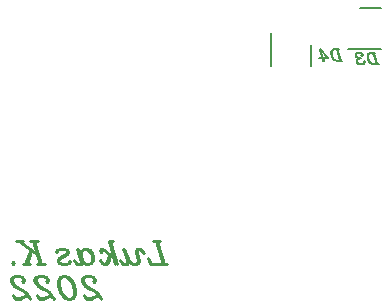
<source format=gbo>
%FSLAX46Y46*%
%MOMM*%
%ADD11C,0.150000*%
%ADD10C,0.250000*%
G01*
G01*
%LPD*%
D10*
X-4761905Y67797616D02*
X-5333334Y69797616D01*
D10*
X-4857143Y67797616D02*
X-5428572Y69797616D01*
D10*
X-5714286Y69797616D02*
X-5047619Y69797616D01*
D10*
X-5904762Y67797616D02*
X-4476191Y67797616D01*
D10*
X-6095238Y68369048D02*
X-5904762Y67797616D01*
D10*
X-5809524Y67797616D02*
X-6095238Y68369048D01*
D10*
X-6571429Y68940480D02*
X-6476191Y68750000D01*
D10*
X-6761905Y69130952D02*
X-6571429Y68940480D01*
D10*
X-7047619Y69130952D02*
X-6761905Y69130952D01*
D10*
X-7142857Y69035712D02*
X-7047619Y69130952D01*
D10*
X-7142857Y68750000D02*
X-7142857Y69035712D01*
D10*
X-6952381Y68178568D02*
X-7142857Y68750000D01*
D10*
X-6952381Y67988096D02*
X-6952381Y68178568D01*
D10*
X-7142857Y67797616D02*
X-6952381Y67988096D01*
D10*
X-7047619Y69035712D02*
X-6952381Y69130952D01*
D10*
X-7047619Y68750000D02*
X-7047619Y69035712D01*
D10*
X-6857143Y68178568D02*
X-7047619Y68750000D01*
D10*
X-6857143Y67988096D02*
X-6857143Y68178568D01*
D10*
X-6952381Y67892856D02*
X-6857143Y67988096D01*
D10*
X-7142857Y67797616D02*
X-6952381Y67892856D01*
D10*
X-7333334Y67797616D02*
X-7142857Y67797616D01*
D10*
X-7523810Y67892856D02*
X-7333334Y67797616D01*
D10*
X-7714286Y68083336D02*
X-7523810Y67892856D01*
D10*
X-7904762Y68464288D02*
X-7714286Y68083336D01*
D10*
X-7904762Y68464288D02*
X-8095238Y69130952D01*
D10*
X-7809524Y68083336D02*
X-7904762Y68464288D01*
D10*
X-7809524Y67892856D02*
X-7809524Y68083336D01*
D10*
X-7904762Y67797616D02*
X-7809524Y67892856D01*
D10*
X-8190476Y67797616D02*
X-7904762Y67797616D01*
D10*
X-8380953Y67988096D02*
X-8190476Y67797616D01*
D10*
X-8476191Y68178568D02*
X-8380953Y67988096D01*
D10*
X-8000000Y68464288D02*
X-8190476Y69130952D01*
D10*
X-7904762Y68083336D02*
X-8000000Y68464288D01*
D10*
X-7904762Y67892856D02*
X-7904762Y68083336D01*
D10*
X-8000000Y67797616D02*
X-7904762Y67892856D01*
D10*
X-8761905Y67797616D02*
X-9333333Y69797616D01*
D10*
X-8857143Y67797616D02*
X-9428572Y69797616D01*
D10*
X-10000000Y68940480D02*
X-10095238Y69035712D01*
D10*
X-10095238Y68845240D02*
X-10000000Y68940480D01*
D10*
X-10190476Y68940480D02*
X-10095238Y68845240D01*
D10*
X-10190476Y69035712D02*
X-10190476Y68940480D01*
D10*
X-10095238Y69130952D02*
X-10190476Y69035712D01*
D10*
X-10000000Y69130952D02*
X-10095238Y69130952D01*
D10*
X-9809524Y69035712D02*
X-10000000Y69130952D01*
D10*
X-9428572Y68654760D02*
X-9809524Y69035712D01*
D10*
X-9238095Y68559520D02*
X-9428572Y68654760D01*
D10*
X-9047619Y68559520D02*
X-9238095Y68559520D01*
D10*
X-9428572Y68464288D02*
X-9238095Y68559520D01*
D10*
X-9619048Y67892856D02*
X-9428572Y68464288D01*
D10*
X-9714286Y67797616D02*
X-9619048Y67892856D01*
D10*
X-9333333Y68464288D02*
X-9238095Y68559520D01*
D10*
X-9523810Y67892856D02*
X-9333333Y68464288D01*
D10*
X-9619048Y67797616D02*
X-9523810Y67892856D01*
D10*
X-9809524Y67797616D02*
X-9619048Y67797616D01*
D10*
X-10000000Y67892856D02*
X-9809524Y67797616D01*
D10*
X-10190476Y68178568D02*
X-10000000Y67892856D01*
D10*
X-9428572Y69797616D02*
X-9047619Y69797616D01*
D10*
X-11809524Y68464288D02*
X-12000000Y69130952D01*
D10*
X-11714286Y68083336D02*
X-11809524Y68464288D01*
D10*
X-11714286Y67892856D02*
X-11714286Y68083336D01*
D10*
X-11809524Y67797616D02*
X-11714286Y67892856D01*
D10*
X-12095238Y67797616D02*
X-11809524Y67797616D01*
D10*
X-12285714Y67988096D02*
X-12095238Y67797616D01*
D10*
X-12380952Y68178568D02*
X-12285714Y67988096D01*
D10*
X-11904762Y68464288D02*
X-12095238Y69130952D01*
D10*
X-11809524Y68083336D02*
X-11904762Y68464288D01*
D10*
X-11809524Y67892856D02*
X-11809524Y68083336D01*
D10*
X-11904762Y67797616D02*
X-11809524Y67892856D01*
D10*
X-11809524Y68750000D02*
X-11809524Y68464288D01*
D10*
X-11714286Y69035712D02*
X-11809524Y68750000D01*
D10*
X-11523810Y69130952D02*
X-11714286Y69035712D01*
D10*
X-11333334Y69130952D02*
X-11523810Y69130952D01*
D10*
X-11047619Y69035712D02*
X-11333334Y69130952D01*
D10*
X-10857143Y68750000D02*
X-11047619Y69035712D01*
D10*
X-10761905Y68464288D02*
X-10857143Y68750000D01*
D10*
X-10761905Y68178568D02*
X-10761905Y68464288D01*
D10*
X-10857143Y67988096D02*
X-10761905Y68178568D01*
D10*
X-10952381Y67892856D02*
X-10857143Y67988096D01*
D10*
X-11142857Y67797616D02*
X-10952381Y67892856D01*
D10*
X-11333334Y67797616D02*
X-11142857Y67797616D01*
D10*
X-11523810Y67892856D02*
X-11333334Y67797616D01*
D10*
X-11714286Y68178568D02*
X-11523810Y67892856D01*
D10*
X-11809524Y68464288D02*
X-11714286Y68178568D01*
D10*
X-11142857Y69035712D02*
X-11333334Y69130952D01*
D10*
X-10952381Y68750000D02*
X-11142857Y69035712D01*
D10*
X-10857143Y68464288D02*
X-10952381Y68750000D01*
D10*
X-10857143Y68083336D02*
X-10857143Y68464288D01*
D10*
X-10952381Y67892856D02*
X-10857143Y68083336D01*
D10*
X-13809524Y68845240D02*
X-13809524Y68940480D01*
D10*
X-13904762Y68845240D02*
X-13809524Y68845240D01*
D10*
X-13904762Y68940480D02*
X-13904762Y68845240D01*
D10*
X-13809524Y69035712D02*
X-13904762Y68940480D01*
D10*
X-13523810Y69130952D02*
X-13809524Y69035712D01*
D10*
X-13238096Y69130952D02*
X-13523810Y69130952D01*
D10*
X-12952381Y69035712D02*
X-13238096Y69130952D01*
D10*
X-12857143Y68940480D02*
X-12952381Y69035712D01*
D10*
X-12857143Y68750000D02*
X-12857143Y68940480D01*
D10*
X-12952381Y68654760D02*
X-12857143Y68750000D01*
D10*
X-13619048Y68273808D02*
X-12952381Y68654760D01*
D10*
X-13714286Y68178568D02*
X-13619048Y68273808D01*
D10*
X-12952381Y68750000D02*
X-12857143Y68845240D01*
D10*
X-13619048Y68369048D02*
X-12952381Y68750000D01*
D10*
X-13714286Y68273808D02*
X-13619048Y68369048D01*
D10*
X-13714286Y67988096D02*
X-13714286Y68273808D01*
D10*
X-13619048Y67892856D02*
X-13714286Y67988096D01*
D10*
X-13333334Y67797616D02*
X-13619048Y67892856D01*
D10*
X-13047619Y67797616D02*
X-13333334Y67797616D01*
D10*
X-12761905Y67892856D02*
X-13047619Y67797616D01*
D10*
X-12666667Y67988096D02*
X-12761905Y67892856D01*
D10*
X-12666667Y68083336D02*
X-12666667Y67988096D01*
D10*
X-12761905Y68083336D02*
X-12666667Y68083336D01*
D10*
X-12761905Y67988096D02*
X-12761905Y68083336D01*
D10*
X-15142857Y67797616D02*
X-15714286Y69797616D01*
D10*
X-15238095Y67797616D02*
X-15809524Y69797616D01*
D10*
X-15428572Y68559520D02*
X-17047620Y69797616D01*
D10*
X-16476190Y67797616D02*
X-16095238Y68940480D01*
D10*
X-16380952Y67797616D02*
X-16000000Y68940480D01*
D10*
X-16095238Y69797616D02*
X-15428572Y69797616D01*
D10*
X-17238096Y69797616D02*
X-16666667Y69797616D01*
D10*
X-15523810Y67797616D02*
X-14857143Y67797616D01*
D10*
X-16666667Y67797616D02*
X-16095238Y67797616D01*
D10*
X-17428572Y67892856D02*
X-17523810Y67988096D01*
D10*
X-17523810Y67797616D02*
X-17428572Y67892856D01*
D10*
X-17619048Y67892856D02*
X-17523810Y67797616D01*
D10*
X-17523810Y67988096D02*
X-17619048Y67892856D01*
D10*
X-10761905Y66371428D02*
X-10666667Y66466668D01*
D10*
X-10666667Y66276192D02*
X-10761905Y66371428D01*
D10*
X-10571428Y66371428D02*
X-10666667Y66276192D01*
D10*
X-10571428Y66466668D02*
X-10571428Y66371428D01*
D10*
X-10666667Y66657144D02*
X-10571428Y66466668D01*
D10*
X-10761905Y66752380D02*
X-10666667Y66657144D01*
D10*
X-11047619Y66847620D02*
X-10761905Y66752380D01*
D10*
X-11333334Y66847620D02*
X-11047619Y66847620D01*
D10*
X-11619048Y66752380D02*
X-11333334Y66847620D01*
D10*
X-11714286Y66561904D02*
X-11619048Y66752380D01*
D10*
X-11714286Y66371428D02*
X-11714286Y66561904D01*
D10*
X-11619048Y66180952D02*
X-11714286Y66371428D01*
D10*
X-11428572Y65990476D02*
X-11619048Y66180952D01*
D10*
X-11142857Y65800000D02*
X-11428572Y65990476D01*
D10*
X-10761905Y65609524D02*
X-11142857Y65800000D01*
D10*
X-10476190Y65419048D02*
X-10761905Y65609524D01*
D10*
X-10285714Y65228572D02*
X-10476190Y65419048D01*
D10*
X-10095238Y64847620D02*
X-10285714Y65228572D01*
D10*
X-11523810Y66752380D02*
X-11333334Y66847620D01*
D10*
X-11619048Y66561904D02*
X-11523810Y66752380D01*
D10*
X-11619048Y66371428D02*
X-11619048Y66561904D01*
D10*
X-11523810Y66180952D02*
X-11619048Y66371428D01*
D10*
X-11333334Y65990476D02*
X-11523810Y66180952D01*
D10*
X-10761905Y65609524D02*
X-11333334Y65990476D01*
D10*
X-10285714Y65133332D02*
X-10190476Y65038096D01*
D10*
X-10476190Y65133332D02*
X-10285714Y65133332D01*
D10*
X-10952381Y64942856D02*
X-10476190Y65133332D01*
D10*
X-11238096Y64942856D02*
X-10952381Y64942856D01*
D10*
X-11428572Y65038096D02*
X-11238096Y64942856D01*
D10*
X-11523810Y65228572D02*
X-11428572Y65038096D01*
D10*
X-10952381Y64847620D02*
X-10476190Y65133332D01*
D10*
X-11238096Y64847620D02*
X-10952381Y64847620D01*
D10*
X-11428572Y64942856D02*
X-11238096Y64847620D01*
D10*
X-11523810Y65228572D02*
X-11428572Y64942856D01*
D10*
X-12857143Y66752380D02*
X-13142857Y66847620D01*
D10*
X-12666667Y66561904D02*
X-12857143Y66752380D01*
D10*
X-12476190Y66276192D02*
X-12666667Y66561904D01*
D10*
X-12380952Y65990476D02*
X-12476190Y66276192D01*
D10*
X-12285714Y65609524D02*
X-12380952Y65990476D01*
D10*
X-12285714Y65323808D02*
X-12285714Y65609524D01*
D10*
X-12380952Y65038096D02*
X-12285714Y65323808D01*
D10*
X-12476190Y64942856D02*
X-12380952Y65038096D01*
D10*
X-12666667Y64847620D02*
X-12476190Y64942856D01*
D10*
X-12857143Y64847620D02*
X-12666667Y64847620D01*
D10*
X-13142857Y64942856D02*
X-12857143Y64847620D01*
D10*
X-13333334Y65133332D02*
X-13142857Y64942856D01*
D10*
X-13523810Y65419048D02*
X-13333334Y65133332D01*
D10*
X-13619048Y65704760D02*
X-13523810Y65419048D01*
D10*
X-13714286Y66085716D02*
X-13619048Y65704760D01*
D10*
X-13714286Y66371428D02*
X-13714286Y66085716D01*
D10*
X-13619048Y66657144D02*
X-13714286Y66371428D01*
D10*
X-13523810Y66752380D02*
X-13619048Y66657144D01*
D10*
X-13333334Y66847620D02*
X-13523810Y66752380D01*
D10*
X-13142857Y66847620D02*
X-13333334Y66847620D01*
D10*
X-12952381Y66752380D02*
X-13142857Y66847620D01*
D10*
X-12761905Y66561904D02*
X-12952381Y66752380D01*
D10*
X-12571428Y66276192D02*
X-12761905Y66561904D01*
D10*
X-12476190Y65990476D02*
X-12571428Y66276192D01*
D10*
X-12380952Y65609524D02*
X-12476190Y65990476D01*
D10*
X-12380952Y65323808D02*
X-12380952Y65609524D01*
D10*
X-12476190Y65038096D02*
X-12380952Y65323808D01*
D10*
X-12666667Y64847620D02*
X-12476190Y65038096D01*
D10*
X-13047619Y64942856D02*
X-12857143Y64847620D01*
D10*
X-13238096Y65133332D02*
X-13047619Y64942856D01*
D10*
X-13428572Y65419048D02*
X-13238096Y65133332D01*
D10*
X-13523810Y65704760D02*
X-13428572Y65419048D01*
D10*
X-13619048Y66085716D02*
X-13523810Y65704760D01*
D10*
X-13619048Y66371428D02*
X-13619048Y66085716D01*
D10*
X-13523810Y66657144D02*
X-13619048Y66371428D01*
D10*
X-13333334Y66847620D02*
X-13523810Y66657144D01*
D10*
X-14761905Y66371428D02*
X-14666667Y66466668D01*
D10*
X-14666667Y66276192D02*
X-14761905Y66371428D01*
D10*
X-14571428Y66371428D02*
X-14666667Y66276192D01*
D10*
X-14571428Y66466668D02*
X-14571428Y66371428D01*
D10*
X-14666667Y66657144D02*
X-14571428Y66466668D01*
D10*
X-14761905Y66752380D02*
X-14666667Y66657144D01*
D10*
X-15047619Y66847620D02*
X-14761905Y66752380D01*
D10*
X-15333334Y66847620D02*
X-15047619Y66847620D01*
D10*
X-15619048Y66752380D02*
X-15333334Y66847620D01*
D10*
X-15714286Y66561904D02*
X-15619048Y66752380D01*
D10*
X-15714286Y66371428D02*
X-15714286Y66561904D01*
D10*
X-15619048Y66180952D02*
X-15714286Y66371428D01*
D10*
X-15428572Y65990476D02*
X-15619048Y66180952D01*
D10*
X-15142857Y65800000D02*
X-15428572Y65990476D01*
D10*
X-14761905Y65609524D02*
X-15142857Y65800000D01*
D10*
X-14476190Y65419048D02*
X-14761905Y65609524D01*
D10*
X-14285714Y65228572D02*
X-14476190Y65419048D01*
D10*
X-14095238Y64847620D02*
X-14285714Y65228572D01*
D10*
X-15523810Y66752380D02*
X-15333334Y66847620D01*
D10*
X-15619048Y66561904D02*
X-15523810Y66752380D01*
D10*
X-15619048Y66371428D02*
X-15619048Y66561904D01*
D10*
X-15523810Y66180952D02*
X-15619048Y66371428D01*
D10*
X-15333334Y65990476D02*
X-15523810Y66180952D01*
D10*
X-14761905Y65609524D02*
X-15333334Y65990476D01*
D10*
X-14285714Y65133332D02*
X-14190476Y65038096D01*
D10*
X-14476190Y65133332D02*
X-14285714Y65133332D01*
D10*
X-14952381Y64942856D02*
X-14476190Y65133332D01*
D10*
X-15238095Y64942856D02*
X-14952381Y64942856D01*
D10*
X-15428572Y65038096D02*
X-15238095Y64942856D01*
D10*
X-15523810Y65228572D02*
X-15428572Y65038096D01*
D10*
X-14952381Y64847620D02*
X-14476190Y65133332D01*
D10*
X-15238095Y64847620D02*
X-14952381Y64847620D01*
D10*
X-15428572Y64942856D02*
X-15238095Y64847620D01*
D10*
X-15523810Y65228572D02*
X-15428572Y64942856D01*
D10*
X-16761905Y66371428D02*
X-16666667Y66466668D01*
D10*
X-16666667Y66276192D02*
X-16761905Y66371428D01*
D10*
X-16571429Y66371428D02*
X-16666667Y66276192D01*
D10*
X-16571429Y66466668D02*
X-16571429Y66371428D01*
D10*
X-16666667Y66657144D02*
X-16571429Y66466668D01*
D10*
X-16761905Y66752380D02*
X-16666667Y66657144D01*
D10*
X-17047620Y66847620D02*
X-16761905Y66752380D01*
D10*
X-17333334Y66847620D02*
X-17047620Y66847620D01*
D10*
X-17619048Y66752380D02*
X-17333334Y66847620D01*
D10*
X-17714286Y66561904D02*
X-17619048Y66752380D01*
D10*
X-17714286Y66371428D02*
X-17714286Y66561904D01*
D10*
X-17619048Y66180952D02*
X-17714286Y66371428D01*
D10*
X-17428572Y65990476D02*
X-17619048Y66180952D01*
D10*
X-17142858Y65800000D02*
X-17428572Y65990476D01*
D10*
X-16761905Y65609524D02*
X-17142858Y65800000D01*
D10*
X-16476190Y65419048D02*
X-16761905Y65609524D01*
D10*
X-16285714Y65228572D02*
X-16476190Y65419048D01*
D10*
X-16095238Y64847620D02*
X-16285714Y65228572D01*
D10*
X-17523810Y66752380D02*
X-17333334Y66847620D01*
D10*
X-17619048Y66561904D02*
X-17523810Y66752380D01*
D10*
X-17619048Y66371428D02*
X-17619048Y66561904D01*
D10*
X-17523810Y66180952D02*
X-17619048Y66371428D01*
D10*
X-17333334Y65990476D02*
X-17523810Y66180952D01*
D10*
X-16761905Y65609524D02*
X-17333334Y65990476D01*
D10*
X-16285714Y65133332D02*
X-16190476Y65038096D01*
D10*
X-16476190Y65133332D02*
X-16285714Y65133332D01*
D10*
X-16952380Y64942856D02*
X-16476190Y65133332D01*
D10*
X-17238096Y64942856D02*
X-16952380Y64942856D01*
D10*
X-17428572Y65038096D02*
X-17238096Y64942856D01*
D10*
X-17523810Y65228572D02*
X-17428572Y65038096D01*
D10*
X-16952380Y64847620D02*
X-16476190Y65133332D01*
D10*
X-17238096Y64847620D02*
X-16952380Y64847620D01*
D10*
X-17428572Y64942856D02*
X-17238096Y64847620D01*
D10*
X-17523810Y65228572D02*
X-17428572Y64942856D01*
D11*
X13302381Y84723808D02*
X13016667Y85723808D01*
D11*
X13254762Y84723808D02*
X12969048Y85723808D01*
D11*
X12730952Y85723808D02*
X13159524Y85723808D01*
D11*
X12588095Y85676192D02*
X12730952Y85723808D01*
D11*
X12540476Y85628568D02*
X12588095Y85676192D01*
D11*
X12492857Y85485712D02*
X12540476Y85628568D01*
D11*
X12492857Y85295240D02*
X12492857Y85485712D01*
D11*
X12540476Y85104760D02*
X12492857Y85295240D01*
D11*
X12635714Y84914288D02*
X12540476Y85104760D01*
D11*
X12730952Y84819048D02*
X12635714Y84914288D01*
D11*
X12826190Y84771432D02*
X12730952Y84819048D01*
D11*
X13016667Y84723808D02*
X12826190Y84771432D01*
D11*
X13445238Y84723808D02*
X13016667Y84723808D01*
D11*
X12635714Y85676192D02*
X12730952Y85723808D01*
D11*
X12588095Y85628568D02*
X12635714Y85676192D01*
D11*
X12540476Y85485712D02*
X12588095Y85628568D01*
D11*
X12540476Y85295240D02*
X12540476Y85485712D01*
D11*
X12588095Y85104760D02*
X12540476Y85295240D01*
D11*
X12683333Y84914288D02*
X12588095Y85104760D01*
D11*
X12778571Y84819048D02*
X12683333Y84914288D01*
D11*
X12873810Y84771432D02*
X12778571Y84819048D01*
D11*
X13016667Y84723808D02*
X12873810Y84771432D01*
D11*
X11969048Y85485712D02*
X12016667Y85533336D01*
D11*
X12016667Y85438096D02*
X11969048Y85485712D01*
D11*
X12064286Y85485712D02*
X12016667Y85438096D01*
D11*
X12064286Y85533336D02*
X12064286Y85485712D01*
D11*
X12016667Y85628568D02*
X12064286Y85533336D01*
D11*
X11969048Y85676192D02*
X12016667Y85628568D01*
D11*
X11826190Y85723808D02*
X11969048Y85676192D01*
D11*
X11683333Y85723808D02*
X11826190Y85723808D01*
D11*
X11540476Y85676192D02*
X11683333Y85723808D01*
D11*
X11492857Y85580952D02*
X11540476Y85676192D01*
D11*
X11492857Y85485712D02*
X11492857Y85580952D01*
D11*
X11540476Y85390480D02*
X11492857Y85485712D01*
D11*
X11683333Y85295240D02*
X11540476Y85390480D01*
D11*
X11826190Y85247616D02*
X11683333Y85295240D01*
D11*
X11588095Y85676192D02*
X11683333Y85723808D01*
D11*
X11540476Y85580952D02*
X11588095Y85676192D01*
D11*
X11540476Y85485712D02*
X11540476Y85580952D01*
D11*
X11588095Y85390480D02*
X11540476Y85485712D01*
D11*
X11683333Y85295240D02*
X11588095Y85390480D01*
D11*
X11826190Y85247616D02*
X11921429Y85247616D01*
D11*
X11683333Y85200000D02*
X11826190Y85247616D01*
D11*
X11635714Y85152384D02*
X11683333Y85200000D01*
D11*
X11588095Y85057144D02*
X11635714Y85152384D01*
D11*
X11588095Y84914288D02*
X11588095Y85057144D01*
D11*
X11635714Y84819048D02*
X11588095Y84914288D01*
D11*
X11683333Y84771432D02*
X11635714Y84819048D01*
D11*
X11826190Y84723808D02*
X11683333Y84771432D01*
D11*
X12016667Y84723808D02*
X11826190Y84723808D01*
D11*
X12159524Y84771432D02*
X12016667Y84723808D01*
D11*
X12207143Y84819048D02*
X12159524Y84771432D01*
D11*
X12254762Y84914288D02*
X12207143Y84819048D01*
D11*
X12254762Y84961904D02*
X12254762Y84914288D01*
D11*
X12207143Y85009520D02*
X12254762Y84961904D01*
D11*
X12159524Y84961904D02*
X12207143Y85009520D01*
D11*
X12207143Y84914288D02*
X12159524Y84961904D01*
D11*
X11730952Y85200000D02*
X11826190Y85247616D01*
D11*
X11683333Y85152384D02*
X11730952Y85200000D01*
D11*
X11635714Y85057144D02*
X11683333Y85152384D01*
D11*
X11635714Y84914288D02*
X11635714Y85057144D01*
D11*
X11683333Y84819048D02*
X11635714Y84914288D01*
D11*
X11730952Y84771432D02*
X11683333Y84819048D01*
D11*
X11826190Y84723808D02*
X11730952Y84771432D01*
D11*
X10202381Y85023808D02*
X9916667Y86023808D01*
D11*
X10154762Y85023808D02*
X9869048Y86023808D01*
D11*
X9630952Y86023808D02*
X10059524Y86023808D01*
D11*
X9488095Y85976192D02*
X9630952Y86023808D01*
D11*
X9440476Y85928568D02*
X9488095Y85976192D01*
D11*
X9392857Y85785712D02*
X9440476Y85928568D01*
D11*
X9392857Y85595240D02*
X9392857Y85785712D01*
D11*
X9440476Y85404760D02*
X9392857Y85595240D01*
D11*
X9535714Y85214288D02*
X9440476Y85404760D01*
D11*
X9630952Y85119048D02*
X9535714Y85214288D01*
D11*
X9726190Y85071432D02*
X9630952Y85119048D01*
D11*
X9916667Y85023808D02*
X9726190Y85071432D01*
D11*
X10345238Y85023808D02*
X9916667Y85023808D01*
D11*
X9535714Y85976192D02*
X9630952Y86023808D01*
D11*
X9488095Y85928568D02*
X9535714Y85976192D01*
D11*
X9440476Y85785712D02*
X9488095Y85928568D01*
D11*
X9440476Y85595240D02*
X9440476Y85785712D01*
D11*
X9488095Y85404760D02*
X9440476Y85595240D01*
D11*
X9583333Y85214288D02*
X9488095Y85404760D01*
D11*
X9678571Y85119048D02*
X9583333Y85214288D01*
D11*
X9773810Y85071432D02*
X9678571Y85119048D01*
D11*
X9916667Y85023808D02*
X9773810Y85071432D01*
D11*
X8773810Y85023808D02*
X8488095Y85976192D01*
D11*
X8726190Y85023808D02*
X8440476Y86023808D01*
D11*
X9154762Y85309520D02*
X8440476Y86023808D01*
D11*
X8392857Y85309520D02*
X9154762Y85309520D01*
D11*
X7725000Y86375000D02*
X7725000Y84625000D01*
D11*
X4275000Y84625000D02*
X4275000Y87375000D01*
D11*
X11875000Y89475000D02*
X13625000Y89475000D01*
D11*
X13625000Y86025000D02*
X10875000Y86025000D01*
G75*
M02*

</source>
